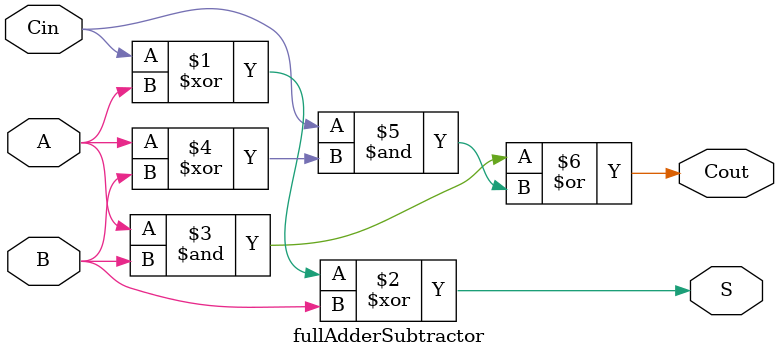
<source format=v>
module top(Cin, A, B, Cout, S);

// Verilog code goes here.
    input Cin;
    input[7:0] A,B;
    output Cout;
    output[7:0] S;
    wire[6:0] W;

    adderSubtractor8Bit U0(Cin, A, B, Cout, S);


endmodule

// Additional modules go here (if necessary).

module adderSubtractor8Bit(Cin, A, B, Cout, S);

    input Cin;
    input[7:0] A,B;
    output Cout;
    output[7:0] S;
    wire[6:0] W;

    fullAdderSubtractor U0(.Cin(Cin), .A(A[0]), .B(B[0]^Cin), .Cout(W[0]), .S(S[0]));
    fullAdderSubtractor U1(.Cin(W[0]), .A(A[1]), .B(B[1]^Cin), .Cout(W[1]), .S(S[1]));
    fullAdderSubtractor U2(.Cin(W[1]), .A(A[2]), .B(B[2]^Cin), .Cout(W[2]), .S(S[2]));
    fullAdderSubtractor U3(.Cin(W[2]), .A(A[3]), .B(B[3]^Cin), .Cout(W[3]), .S(S[3]));
    fullAdderSubtractor U4(.Cin(W[3]), .A(A[4]), .B(B[4]^Cin), .Cout(W[4]), .S(S[4]));
    fullAdderSubtractor U5(.Cin(W[4]), .A(A[5]), .B(B[5]^Cin), .Cout(W[5]), .S(S[5]));
    fullAdderSubtractor U6(.Cin(W[5]), .A(A[6]), .B(B[6]^Cin), .Cout(W[6]), .S(S[6]));
    fullAdderSubtractor U7(.Cin(W[6]), .A(A[7]), .B(B[7]^Cin), .Cout(Cout), .S(S[7]));


endmodule

module fullAdderSubtractor(Cin, A, B, Cout, S);

    input Cin, A, B;
    output Cout, S;

    assign S = Cin ^ A ^ B;
    assign Cout = A&B | Cin&(A^B);

endmodule
</source>
